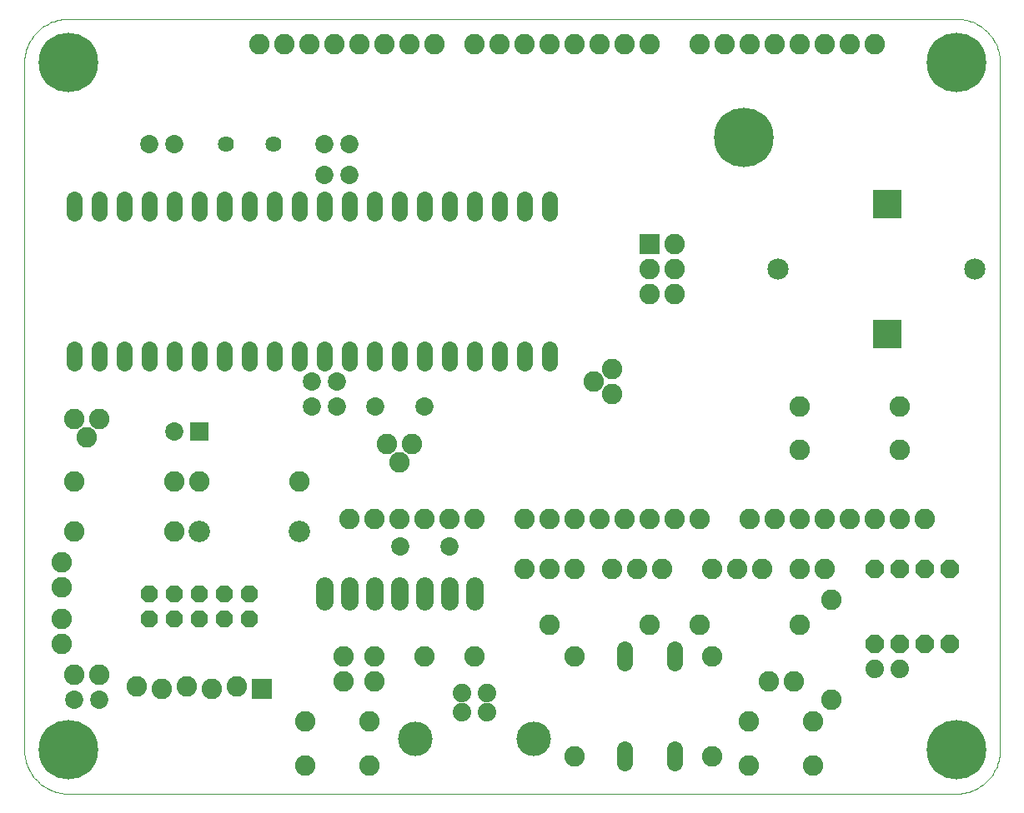
<source format=gbs>
G75*
G70*
%OFA0B0*%
%FSLAX24Y24*%
%IPPOS*%
%LPD*%
%AMOC8*
5,1,8,0,0,1.08239X$1,22.5*
%
%ADD10C,0.0000*%
%ADD11C,0.0640*%
%ADD12C,0.0640*%
%ADD13C,0.0820*%
%ADD14C,0.0730*%
%ADD15C,0.0740*%
%ADD16C,0.1380*%
%ADD17R,0.0820X0.0820*%
%ADD18OC8,0.0710*%
%ADD19C,0.0848*%
%ADD20OC8,0.0680*%
%ADD21C,0.0860*%
%ADD22C,0.2380*%
%ADD23R,0.1175X0.1175*%
%ADD24R,0.0730X0.0730*%
%ADD25C,0.0714*%
D10*
X002939Y001824D02*
X038439Y001824D01*
X038522Y001826D01*
X038605Y001832D01*
X038688Y001842D01*
X038770Y001856D01*
X038852Y001873D01*
X038932Y001895D01*
X039011Y001920D01*
X039089Y001949D01*
X039166Y001982D01*
X039241Y002019D01*
X039314Y002058D01*
X039385Y002102D01*
X039454Y002148D01*
X039521Y002198D01*
X039585Y002251D01*
X039647Y002307D01*
X039706Y002366D01*
X039762Y002428D01*
X039815Y002492D01*
X039865Y002559D01*
X039911Y002628D01*
X039955Y002699D01*
X039994Y002772D01*
X040031Y002847D01*
X040064Y002924D01*
X040093Y003002D01*
X040118Y003081D01*
X040140Y003161D01*
X040157Y003243D01*
X040171Y003325D01*
X040181Y003408D01*
X040187Y003491D01*
X040189Y003574D01*
X040189Y031074D01*
X040187Y031157D01*
X040181Y031240D01*
X040171Y031323D01*
X040157Y031405D01*
X040140Y031487D01*
X040118Y031567D01*
X040093Y031646D01*
X040064Y031724D01*
X040031Y031801D01*
X039994Y031876D01*
X039955Y031949D01*
X039911Y032020D01*
X039865Y032089D01*
X039815Y032156D01*
X039762Y032220D01*
X039706Y032282D01*
X039647Y032341D01*
X039585Y032397D01*
X039521Y032450D01*
X039454Y032500D01*
X039385Y032546D01*
X039314Y032590D01*
X039241Y032629D01*
X039166Y032666D01*
X039089Y032699D01*
X039011Y032728D01*
X038932Y032753D01*
X038852Y032775D01*
X038770Y032792D01*
X038688Y032806D01*
X038605Y032816D01*
X038522Y032822D01*
X038439Y032824D01*
X002939Y032824D01*
X002856Y032822D01*
X002773Y032816D01*
X002690Y032806D01*
X002608Y032792D01*
X002526Y032775D01*
X002446Y032753D01*
X002367Y032728D01*
X002289Y032699D01*
X002212Y032666D01*
X002137Y032629D01*
X002064Y032590D01*
X001993Y032546D01*
X001924Y032500D01*
X001857Y032450D01*
X001793Y032397D01*
X001731Y032341D01*
X001672Y032282D01*
X001616Y032220D01*
X001563Y032156D01*
X001513Y032089D01*
X001467Y032020D01*
X001423Y031949D01*
X001384Y031876D01*
X001347Y031801D01*
X001314Y031724D01*
X001285Y031646D01*
X001260Y031567D01*
X001238Y031487D01*
X001221Y031405D01*
X001207Y031323D01*
X001197Y031240D01*
X001191Y031157D01*
X001189Y031074D01*
X001189Y003574D01*
X001191Y003491D01*
X001197Y003408D01*
X001207Y003325D01*
X001221Y003243D01*
X001238Y003161D01*
X001260Y003081D01*
X001285Y003002D01*
X001314Y002924D01*
X001347Y002847D01*
X001384Y002772D01*
X001423Y002699D01*
X001467Y002628D01*
X001513Y002559D01*
X001563Y002492D01*
X001616Y002428D01*
X001672Y002366D01*
X001731Y002307D01*
X001793Y002251D01*
X001857Y002198D01*
X001924Y002148D01*
X001993Y002102D01*
X002064Y002058D01*
X002137Y002019D01*
X002212Y001982D01*
X002289Y001949D01*
X002367Y001920D01*
X002446Y001895D01*
X002526Y001873D01*
X002608Y001856D01*
X002690Y001842D01*
X002773Y001832D01*
X002856Y001826D01*
X002939Y001824D01*
D11*
X003189Y019044D02*
X003189Y019604D01*
X004189Y019604D02*
X004189Y019044D01*
X005189Y019044D02*
X005189Y019604D01*
X006189Y019604D02*
X006189Y019044D01*
X007189Y019044D02*
X007189Y019604D01*
X008189Y019604D02*
X008189Y019044D01*
X009189Y019044D02*
X009189Y019604D01*
X010189Y019604D02*
X010189Y019044D01*
X011189Y019044D02*
X011189Y019604D01*
X012189Y019604D02*
X012189Y019044D01*
X013189Y019044D02*
X013189Y019604D01*
X014189Y019604D02*
X014189Y019044D01*
X015189Y019044D02*
X015189Y019604D01*
X016189Y019604D02*
X016189Y019044D01*
X017189Y019044D02*
X017189Y019604D01*
X018189Y019604D02*
X018189Y019044D01*
X019189Y019044D02*
X019189Y019604D01*
X020189Y019604D02*
X020189Y019044D01*
X021189Y019044D02*
X021189Y019604D01*
X022189Y019604D02*
X022189Y019044D01*
X022189Y025044D02*
X022189Y025604D01*
X021189Y025604D02*
X021189Y025044D01*
X020189Y025044D02*
X020189Y025604D01*
X019189Y025604D02*
X019189Y025044D01*
X018189Y025044D02*
X018189Y025604D01*
X017189Y025604D02*
X017189Y025044D01*
X016189Y025044D02*
X016189Y025604D01*
X015189Y025604D02*
X015189Y025044D01*
X014189Y025044D02*
X014189Y025604D01*
X013189Y025604D02*
X013189Y025044D01*
X012189Y025044D02*
X012189Y025604D01*
X011189Y025604D02*
X011189Y025044D01*
X010189Y025044D02*
X010189Y025604D01*
X009189Y025604D02*
X009189Y025044D01*
X008189Y025044D02*
X008189Y025604D01*
X007189Y025604D02*
X007189Y025044D01*
X006189Y025044D02*
X006189Y025604D01*
X005189Y025604D02*
X005189Y025044D01*
X004189Y025044D02*
X004189Y025604D01*
X003189Y025604D02*
X003189Y025044D01*
X025189Y007604D02*
X025189Y007044D01*
X027189Y007044D02*
X027189Y007604D01*
X027189Y003604D02*
X027189Y003044D01*
X025189Y003044D02*
X025189Y003604D01*
D12*
X011139Y027824D03*
X009239Y027824D03*
D13*
X010589Y031824D03*
X011589Y031824D03*
X012589Y031824D03*
X013589Y031824D03*
X014589Y031824D03*
X015589Y031824D03*
X016589Y031824D03*
X017589Y031824D03*
X019189Y031824D03*
X020189Y031824D03*
X021189Y031824D03*
X022189Y031824D03*
X023189Y031824D03*
X024189Y031824D03*
X025189Y031824D03*
X026189Y031824D03*
X028189Y031824D03*
X029189Y031824D03*
X030189Y031824D03*
X031189Y031824D03*
X032189Y031824D03*
X033189Y031824D03*
X034189Y031824D03*
X035189Y031824D03*
X027189Y023824D03*
X027189Y022824D03*
X026189Y022824D03*
X026189Y021824D03*
X027189Y021824D03*
X024689Y018824D03*
X023939Y018324D03*
X024689Y017824D03*
X024189Y012824D03*
X023189Y012824D03*
X022189Y012824D03*
X021189Y012824D03*
X019189Y012824D03*
X018189Y012824D03*
X017189Y012824D03*
X016189Y012824D03*
X015189Y012824D03*
X014189Y012824D03*
X012189Y014324D03*
X015689Y015824D03*
X016189Y015074D03*
X016689Y015824D03*
X021189Y010824D03*
X022189Y010824D03*
X023189Y010824D03*
X024689Y010824D03*
X025689Y010824D03*
X026689Y010824D03*
X028689Y010824D03*
X029689Y010824D03*
X030689Y010824D03*
X032189Y010824D03*
X033189Y010824D03*
X033439Y009574D03*
X032189Y008574D03*
X031939Y006324D03*
X030939Y006324D03*
X030159Y004714D03*
X028689Y003324D03*
X030159Y002934D03*
X032719Y002934D03*
X032719Y004714D03*
X033439Y005574D03*
X028689Y007324D03*
X028189Y008574D03*
X026189Y008574D03*
X023189Y007324D03*
X022189Y008574D03*
X019189Y007324D03*
X017189Y007324D03*
X015189Y007324D03*
X015189Y006324D03*
X013939Y006324D03*
X013939Y007324D03*
X014969Y004714D03*
X014969Y002934D03*
X012409Y002934D03*
X012409Y004714D03*
X009689Y006124D03*
X008689Y006024D03*
X007689Y006124D03*
X006689Y006024D03*
X005689Y006124D03*
X004189Y006574D03*
X003189Y006574D03*
X002689Y007824D03*
X002689Y008824D03*
X002689Y010074D03*
X002689Y011074D03*
X003189Y012324D03*
X003189Y014324D03*
X003689Y016074D03*
X003189Y016824D03*
X004189Y016824D03*
X007189Y014324D03*
X008189Y014324D03*
X007189Y012324D03*
X023189Y003324D03*
X025189Y012824D03*
X026189Y012824D03*
X027189Y012824D03*
X028189Y012824D03*
X030189Y012824D03*
X031189Y012824D03*
X032189Y012824D03*
X033189Y012824D03*
X034189Y012824D03*
X035189Y012824D03*
X036189Y012824D03*
X037189Y012824D03*
X036189Y015574D03*
X036189Y017324D03*
X032189Y017324D03*
X032189Y015574D03*
D14*
X018174Y011699D03*
X016205Y011699D03*
X017174Y017324D03*
X015205Y017324D03*
X013689Y017324D03*
X012689Y017324D03*
X012689Y018324D03*
X013689Y018324D03*
X007189Y016324D03*
X013189Y026574D03*
X014189Y026574D03*
X014189Y027824D03*
X013189Y027824D03*
X007189Y027824D03*
X006189Y027824D03*
X004189Y005574D03*
X003189Y005574D03*
D15*
X018697Y005854D03*
X019681Y005854D03*
X019681Y005074D03*
X018697Y005074D03*
X035189Y006824D03*
X036189Y006824D03*
D16*
X021559Y004004D03*
X016819Y004004D03*
D17*
X010689Y006024D03*
X026189Y023824D03*
D18*
X035189Y010824D03*
X036189Y010824D03*
X037189Y010824D03*
X038189Y010824D03*
X038189Y007824D03*
X037189Y007824D03*
X036189Y007824D03*
X035189Y007824D03*
D19*
X031315Y022824D03*
X039189Y022824D03*
D20*
X010189Y009824D03*
X009189Y009824D03*
X008189Y009824D03*
X007189Y009824D03*
X006189Y009824D03*
X006189Y008824D03*
X007189Y008824D03*
X008189Y008824D03*
X009189Y008824D03*
X010189Y008824D03*
D21*
X008189Y012324D03*
X012189Y012324D03*
D22*
X002939Y003574D03*
X029939Y028074D03*
X038439Y031074D03*
X038439Y003574D03*
X002939Y031074D03*
D23*
X035689Y025424D03*
X035689Y020224D03*
D24*
X008189Y016324D03*
D25*
X013189Y010141D02*
X013189Y009507D01*
X014189Y009507D02*
X014189Y010141D01*
X015189Y010141D02*
X015189Y009507D01*
X016189Y009507D02*
X016189Y010141D01*
X017189Y010141D02*
X017189Y009507D01*
X018189Y009507D02*
X018189Y010141D01*
X019189Y010141D02*
X019189Y009507D01*
M02*

</source>
